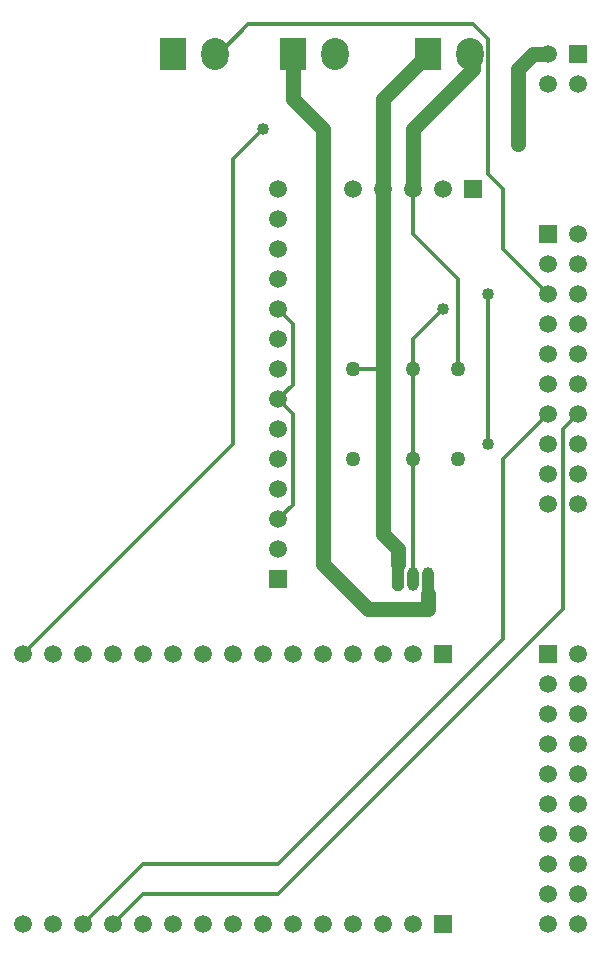
<source format=gbr>
G04 DipTrace 3.3.1.3*
G04 Bottom.gbr*
%MOIN*%
G04 #@! TF.FileFunction,Copper,L2,Bot*
G04 #@! TF.Part,Single*
%AMOUTLINE0*
4,1,8,
-0.019685,-0.029528,
-0.009843,-0.03937,
0.009843,-0.03937,
0.019685,-0.029528,
0.019685,0.029528,
0.009843,0.03937,
-0.009843,0.03937,
-0.019685,0.029528,
-0.019685,-0.029528,
0*%
G04 #@! TA.AperFunction,ComponentPad*
%ADD13C,0.05*%
G04 #@! TA.AperFunction,Conductor*
%ADD14C,0.012992*%
G04 #@! TA.AperFunction,ViaPad*
%ADD15C,0.04*%
G04 #@! TA.AperFunction,ComponentPad*
%ADD16C,0.05*%
%ADD17R,0.090551X0.106299*%
%ADD18O,0.090551X0.106299*%
%ADD19R,0.059055X0.059055*%
%ADD20C,0.059055*%
%ADD21O,0.03937X0.07874*%
%ADD46OUTLINE0*%
%FSLAX26Y26*%
G04*
G70*
G90*
G75*
G01*
G04 Bottom*
%LPD*%
X2293700Y3093700D2*
D13*
Y3343700D1*
X2343700Y3393700D1*
X2393700D1*
X1681495D2*
D14*
X1643700D1*
X1943700Y2943700D2*
Y2793700D1*
X2093700Y2643700D1*
Y2343700D1*
X1943700Y2943700D2*
D13*
Y3143700D1*
X2143700Y3343700D1*
Y3393700D1*
X2131495D1*
X1993700D2*
X1843700Y3243700D1*
Y2943700D1*
Y2343700D1*
Y1793700D1*
X1893700Y1743700D1*
Y1693700D1*
D15*
Y1643700D1*
X1843700Y2343700D2*
D14*
X1743700D1*
X1443700Y3143700D2*
X1343700Y3043700D1*
Y2093700D1*
X643700Y1393700D1*
X1493700Y2543700D2*
X1542716Y2494684D1*
Y2292716D1*
X1493700Y2243700D1*
X1542716Y2194684D1*
Y1892716D1*
X1493700Y1843700D1*
X1993700Y1643700D2*
D15*
Y1593700D1*
D13*
Y1543700D1*
X1793700D1*
X1643700Y1693700D1*
Y3143700D1*
X1543700Y3243700D1*
Y3393700D1*
X1943700Y2343700D2*
D14*
Y2443700D1*
X2043700Y2543700D1*
X1943700Y2343700D2*
Y2043700D1*
Y1643700D1*
X2393700Y2593700D2*
X2243700Y2743700D1*
Y2943700D1*
X2193700Y2993700D1*
Y3443700D1*
X2143700Y3493700D1*
X1393700D1*
X1281495Y3381495D1*
Y3393700D1*
X2193700Y2093700D2*
Y2593700D1*
X2393700Y2193700D2*
X2243700Y2043700D1*
Y1443700D1*
X1493700Y693700D1*
X1043700D1*
X843700Y493700D1*
X943700D2*
X1043700Y593700D1*
X1493700D1*
X2443700Y1543700D1*
Y2143700D1*
X2493700Y2193700D1*
D15*
X2293700Y3093700D3*
X1443700Y3143700D3*
X2043700Y2543700D3*
X2193700Y2093700D3*
Y2593700D3*
D13*
X1743700Y2343700D3*
D16*
Y2043700D3*
D13*
X2093700Y2343700D3*
D16*
Y2043700D3*
D17*
X1543700Y3393700D3*
D18*
X1681495D3*
D19*
X2393700Y1393700D3*
D20*
X2493700D3*
X2393700Y1293700D3*
X2493700D3*
X2393700Y1193700D3*
X2493700D3*
X2393700Y1093700D3*
X2493700D3*
X2393700Y993700D3*
X2493700D3*
X2393700Y893700D3*
X2493700D3*
X2393700Y793700D3*
X2493700D3*
X2393700Y693700D3*
X2493700D3*
X2393700Y593700D3*
X2493700D3*
X2393700Y493700D3*
X2493700D3*
D19*
X2393700Y2793700D3*
D20*
X2493700D3*
X2393700Y2693700D3*
X2493700D3*
X2393700Y2593700D3*
X2493700D3*
X2393700Y2493700D3*
X2493700D3*
X2393700Y2393700D3*
X2493700D3*
X2393700Y2293700D3*
X2493700D3*
X2393700Y2193700D3*
X2493700D3*
X2393700Y2093700D3*
X2493700D3*
X2393700Y1993700D3*
X2493700D3*
X2393700Y1893700D3*
X2493700D3*
D19*
Y3393700D3*
D20*
Y3293700D3*
X2393700Y3393700D3*
Y3293700D3*
D19*
X2143700Y2943700D3*
D20*
X2043700D3*
X1943700D3*
X1843700D3*
X1743700D3*
D13*
X1943700Y2343700D3*
D16*
Y2043700D3*
D17*
X1993700Y3393700D3*
D18*
X2131495D3*
D46*
X1893700Y1643700D3*
D21*
X1943700D3*
X1993700D3*
D19*
X1493700D3*
D20*
Y1743700D3*
Y1843700D3*
Y1943700D3*
Y2043700D3*
Y2143700D3*
Y2243700D3*
Y2343700D3*
Y2443700D3*
Y2543700D3*
Y2643700D3*
Y2743700D3*
Y2843700D3*
Y2943700D3*
D17*
X1143700Y3393700D3*
D18*
X1281495D3*
D19*
X2043700Y493700D3*
D20*
X1943700D3*
X1843700D3*
X1743700D3*
X1643700D3*
X1543700D3*
X1443700D3*
X1343700D3*
X1243700D3*
X1143700D3*
X1043700D3*
X943700D3*
X843700D3*
X743700D3*
X643700D3*
D19*
X2043700Y1393700D3*
D20*
X1943700D3*
X1843700D3*
X1743700D3*
X1643700D3*
X1543700D3*
X1443700D3*
X1343700D3*
X1243700D3*
X1143700D3*
X1043700D3*
X943700D3*
X843700D3*
X743700D3*
X643700D3*
M02*

</source>
